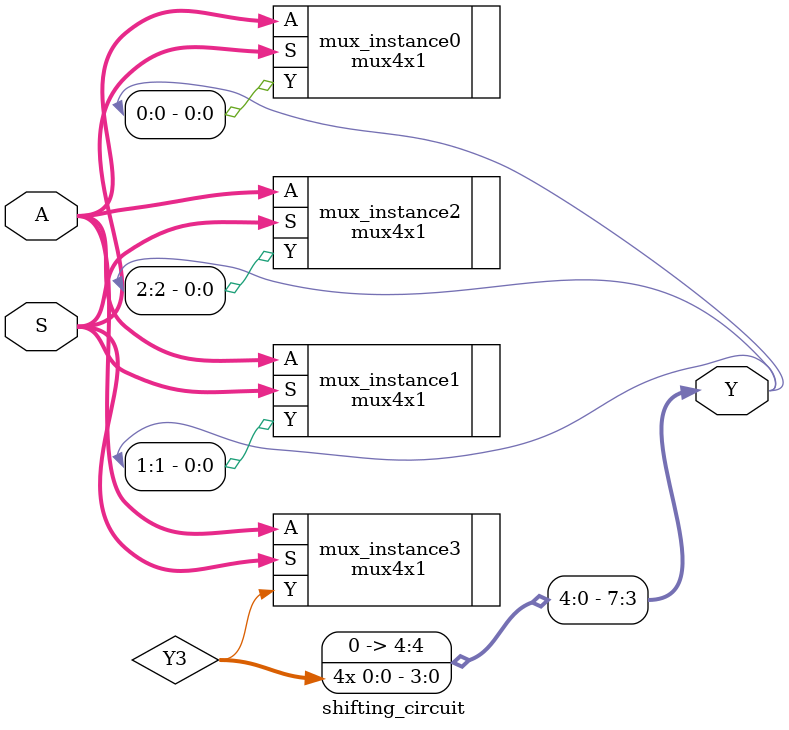
<source format=v>
module shifting_circuit (
    input wire [3:0] A,
    input wire [1:0] S,
    output wire [7:0] Y
);


wire Y3;

mux4x1 mux_instance3 (
    .A(A),
    .S(S),
    .Y(Y3)
);
assign Y[7:3] = {4{Y3}};

mux4x1 mux_instance2 (
    .A(A),
    .S(S),
    .Y(Y[2])
);
mux4x1 mux_instance1 (
    .A(A),
    .S(S),
    .Y(Y[1])
);
mux4x1 mux_instance0 (
    .A(A),
    .S(S),
    .Y(Y[0])
);

endmodule
</source>
